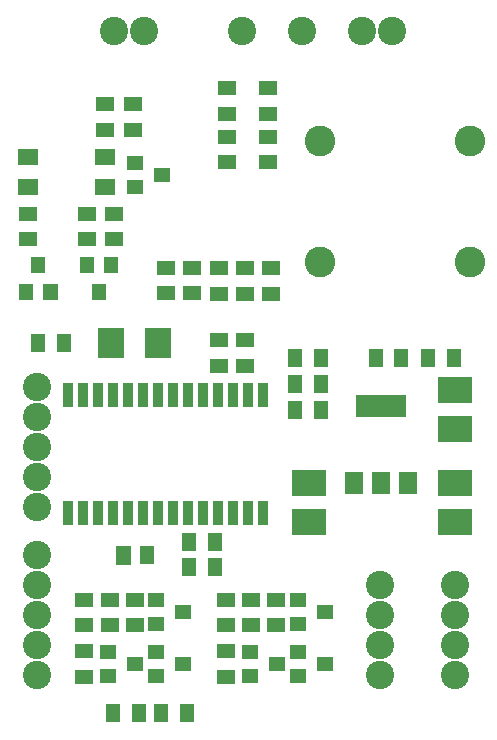
<source format=gbr>
G04 This is an RS-274x file exported by *
G04 gerbv version 2.6A *
G04 More information is available about gerbv at *
G04 http://gerbv.geda-project.org/ *
G04 --End of header info--*
%MOIN*%
%FSLAX34Y34*%
%IPPOS*%
G04 --Define apertures--*
%ADD10R,0.0354X0.0787*%
%ADD11C,0.0945*%
%ADD12R,0.0630X0.0748*%
%ADD13R,0.1654X0.0748*%
%ADD14R,0.0512X0.0630*%
%ADD15R,0.1181X0.0866*%
%ADD16C,0.0472*%
%ADD17R,0.0472X0.0630*%
%ADD18R,0.0630X0.0472*%
%ADD19C,0.0551*%
%ADD20R,0.0866X0.1024*%
%ADD21R,0.0559X0.0480*%
%ADD22R,0.0480X0.0559*%
%ADD23R,0.0709X0.0551*%
%ADD24C,0.0945*%
%ADD25C,0.1024*%
G04 --Start main section--*
G54D10*
G01X0004328Y-017321D03*
G01X0004828Y-017321D03*
G01X0005328Y-017321D03*
G01X0005828Y-017321D03*
G01X0006328Y-017321D03*
G01X0006828Y-017321D03*
G01X0007328Y-017321D03*
G01X0007828Y-017321D03*
G01X0008328Y-017321D03*
G01X0008828Y-017321D03*
G01X0004328Y-013385D03*
G01X0004828Y-013385D03*
G01X0005328Y-013385D03*
G01X0005828Y-013385D03*
G01X0006328Y-013385D03*
G01X0006828Y-013385D03*
G01X0007328Y-013385D03*
G01X0007828Y-013385D03*
G01X0008328Y-013385D03*
G01X0008828Y-013385D03*
G01X0002328Y-017321D03*
G01X0002828Y-017321D03*
G01X0003328Y-017321D03*
G01X0003828Y-017321D03*
G01X0002328Y-013385D03*
G01X0002828Y-013385D03*
G01X0003328Y-013385D03*
G01X0003828Y-013385D03*
G54D11*
G01X0001314Y-014114D03*
G01X0001314Y-015114D03*
G01X0001314Y-016114D03*
G01X0001314Y-017114D03*
G01X0001314Y-013114D03*
G54D12*
G01X0011875Y-016324D03*
G01X0012780Y-016324D03*
G01X0013686Y-016324D03*
G54D13*
G01X0012780Y-013765D03*
G36*
G01X0003935Y-018416D02*
G01X0004446Y-018416D01*
G01X0004446Y-019046D01*
G01X0003935Y-019046D01*
G01X0003935Y-018416D01*
G37*
G54D14*
G01X0004979Y-018731D03*
G54D15*
G01X0010371Y-016316D03*
G01X0010371Y-017637D03*
G54D17*
G01X0010773Y-013899D03*
G01X0009922Y-013899D03*
G01X0010773Y-013024D03*
G01X0009922Y-013024D03*
G01X0010773Y-012149D03*
G01X0009922Y-012149D03*
G54D18*
G01X0008240Y-012414D03*
G01X0008240Y-011563D03*
G01X0007365Y-012414D03*
G01X0007365Y-011563D03*
G54D15*
G01X0015246Y-016316D03*
G01X0015246Y-017637D03*
G54D20*
G01X0003781Y-011656D03*
G01X0005344Y-011656D03*
G54D21*
G01X0010905Y-022353D03*
G01X0010003Y-022754D03*
G01X0010003Y-021951D03*
G01X0010904Y-020633D03*
G01X0010003Y-020232D03*
G01X0010003Y-021035D03*
G01X0009311Y-022352D03*
G01X0008409Y-021951D03*
G01X0008409Y-022754D03*
G54D18*
G01X0008448Y-021075D03*
G01X0008448Y-020224D03*
G01X0009292Y-021075D03*
G01X0009292Y-020224D03*
G01X0007605Y-021075D03*
G01X0007605Y-020224D03*
G54D11*
G01X0015252Y-019739D03*
G01X0015252Y-020739D03*
G01X0015252Y-021739D03*
G01X0015252Y-022739D03*
G36*
G01X0003145Y-009685D02*
G01X0003625Y-009685D01*
G01X0003625Y-010244D01*
G01X0003145Y-010244D01*
G01X0003145Y-009685D01*
G37*
G54D22*
G01X0002984Y-009063D03*
G01X0003787Y-009063D03*
G01X0001354Y-009063D03*
G36*
G01X0000712Y-009685D02*
G01X0001193Y-009685D01*
G01X0001193Y-010244D01*
G01X0000712Y-010244D01*
G01X0000712Y-009685D01*
G37*
G36*
G01X0001515Y-009685D02*
G01X0001996Y-009685D01*
G01X0001996Y-010244D01*
G01X0001515Y-010244D01*
G01X0001515Y-009685D01*
G37*
G54D23*
G01X0003562Y-006453D03*
G01X0003562Y-005453D03*
G01X0000999Y-005453D03*
G01X0000999Y-006453D03*
G54D21*
G01X0005469Y-006064D03*
G01X0004568Y-005662D03*
G01X0004568Y-006465D03*
G54D18*
G01X0004526Y-004554D03*
G01X0004526Y-003703D03*
G01X0000995Y-008211D03*
G01X0000995Y-007360D03*
G01X0002964Y-008211D03*
G01X0002964Y-007360D03*
G01X0003870Y-008211D03*
G01X0003870Y-007360D03*
G54D24*
G01X0012752Y-019739D03*
G01X0012752Y-020739D03*
G01X0012752Y-021739D03*
G01X0012752Y-022739D03*
G54D18*
G01X0007605Y-022793D03*
G01X0007605Y-021942D03*
G54D21*
G01X0006186Y-022353D03*
G01X0005284Y-022754D03*
G01X0005284Y-021951D03*
G01X0006186Y-020633D03*
G01X0005284Y-020232D03*
G01X0005284Y-021035D03*
G01X0004592Y-022352D03*
G01X0003690Y-021951D03*
G01X0003690Y-022754D03*
G54D18*
G01X0003730Y-021075D03*
G01X0003730Y-020224D03*
G01X0004573Y-021075D03*
G01X0004573Y-020224D03*
G01X0002886Y-021075D03*
G01X0002886Y-020224D03*
G01X0002886Y-022793D03*
G01X0002886Y-021942D03*
G54D11*
G01X0001314Y-019739D03*
G01X0001314Y-020739D03*
G01X0001314Y-021739D03*
G01X0001314Y-022739D03*
G54D17*
G01X0007241Y-018305D03*
G01X0006390Y-018305D03*
G01X0007241Y-019117D03*
G01X0006390Y-019117D03*
G54D15*
G01X0015246Y-013222D03*
G01X0015246Y-014543D03*
G54D17*
G01X0013460Y-012149D03*
G01X0012609Y-012149D03*
G01X0015210Y-012149D03*
G01X0014359Y-012149D03*
G54D25*
G01X0015750Y-008969D03*
G01X0010750Y-008969D03*
G01X0015750Y-004937D03*
G01X0010750Y-004937D03*
G54D18*
G01X0009105Y-010012D03*
G01X0009105Y-009161D03*
G01X0008230Y-010012D03*
G01X0008230Y-009161D03*
G01X0009011Y-005637D03*
G01X0009011Y-004786D03*
G01X0007636Y-005637D03*
G01X0007636Y-004786D03*
G01X0003589Y-004554D03*
G01X0003589Y-003703D03*
G01X0007367Y-010012D03*
G01X0007367Y-009161D03*
G54D11*
G01X0001314Y-018739D03*
G01X0012140Y-001278D03*
G01X0013140Y-001278D03*
G01X0010140Y-001278D03*
G01X0008140Y-001278D03*
G01X0004890Y-001278D03*
G01X0003890Y-001278D03*
G54D17*
G01X0004710Y-023992D03*
G01X0003859Y-023992D03*
G01X0006304Y-023992D03*
G01X0005453Y-023992D03*
G54D18*
G01X0009011Y-004012D03*
G01X0009011Y-003161D03*
G01X0007636Y-004012D03*
G01X0007636Y-003161D03*
G01X0006473Y-010006D03*
G01X0006473Y-009156D03*
G01X0005598Y-010006D03*
G01X0005598Y-009156D03*
G54D17*
G01X0002210Y-011649D03*
G01X0001359Y-011649D03*
M02*

</source>
